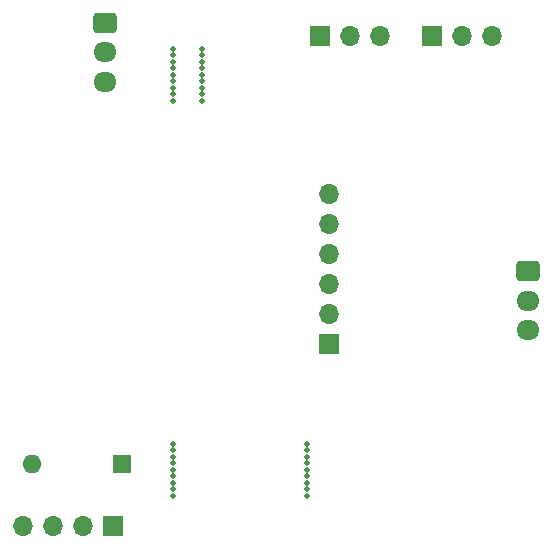
<source format=gbr>
%TF.GenerationSoftware,KiCad,Pcbnew,7.0.2*%
%TF.CreationDate,2023-10-03T11:26:09+02:00*%
%TF.ProjectId,SommerESP,536f6d6d-6572-4455-9350-2e6b69636164,rev?*%
%TF.SameCoordinates,Original*%
%TF.FileFunction,Soldermask,Bot*%
%TF.FilePolarity,Negative*%
%FSLAX46Y46*%
G04 Gerber Fmt 4.6, Leading zero omitted, Abs format (unit mm)*
G04 Created by KiCad (PCBNEW 7.0.2) date 2023-10-03 11:26:09*
%MOMM*%
%LPD*%
G01*
G04 APERTURE LIST*
G04 Aperture macros list*
%AMRoundRect*
0 Rectangle with rounded corners*
0 $1 Rounding radius*
0 $2 $3 $4 $5 $6 $7 $8 $9 X,Y pos of 4 corners*
0 Add a 4 corners polygon primitive as box body*
4,1,4,$2,$3,$4,$5,$6,$7,$8,$9,$2,$3,0*
0 Add four circle primitives for the rounded corners*
1,1,$1+$1,$2,$3*
1,1,$1+$1,$4,$5*
1,1,$1+$1,$6,$7*
1,1,$1+$1,$8,$9*
0 Add four rect primitives between the rounded corners*
20,1,$1+$1,$2,$3,$4,$5,0*
20,1,$1+$1,$4,$5,$6,$7,0*
20,1,$1+$1,$6,$7,$8,$9,0*
20,1,$1+$1,$8,$9,$2,$3,0*%
G04 Aperture macros list end*
%ADD10R,1.700000X1.700000*%
%ADD11O,1.700000X1.700000*%
%ADD12C,0.500000*%
%ADD13RoundRect,0.250000X-0.725000X0.600000X-0.725000X-0.600000X0.725000X-0.600000X0.725000X0.600000X0*%
%ADD14O,1.950000X1.700000*%
%ADD15R,1.600000X1.600000*%
%ADD16O,1.600000X1.600000*%
G04 APERTURE END LIST*
D10*
%TO.C,J1*%
X120575000Y-82075000D03*
D11*
X120575000Y-79535000D03*
X120575000Y-76995000D03*
X120575000Y-74455000D03*
X120575000Y-71915000D03*
X120575000Y-69375000D03*
%TD*%
D12*
%TO.C,REF\u002A\u002A*%
X107350000Y-61500000D03*
X107350000Y-60950000D03*
X107350000Y-60400000D03*
X107350000Y-59850000D03*
X107350000Y-59300000D03*
X107350000Y-58750000D03*
X107350000Y-58200000D03*
X107350000Y-57650000D03*
X107350000Y-57100000D03*
%TD*%
%TO.C,REF\u002A\u002A*%
X109800000Y-61500000D03*
X109800000Y-60950000D03*
X109800000Y-60400000D03*
X109800000Y-59850000D03*
X109800000Y-59300000D03*
X109800000Y-58750000D03*
X109800000Y-58200000D03*
X109800000Y-57650000D03*
X109800000Y-57100000D03*
%TD*%
D13*
%TO.C,J2*%
X137425000Y-75925000D03*
D14*
X137425000Y-78425000D03*
X137425000Y-80925000D03*
%TD*%
D12*
%TO.C,REF\u002A\u002A*%
X107400000Y-94950000D03*
X107400000Y-94400000D03*
X107400000Y-93850000D03*
X107400000Y-93300000D03*
X107400000Y-92750000D03*
X107400000Y-92200000D03*
X107400000Y-91650000D03*
X107400000Y-91100000D03*
X107400000Y-90550000D03*
%TD*%
D10*
%TO.C,J4*%
X119820000Y-56000000D03*
D11*
X122360000Y-56000000D03*
X124900000Y-56000000D03*
%TD*%
D15*
%TO.C,D4*%
X103085000Y-92300000D03*
D16*
X95465000Y-92300000D03*
%TD*%
D12*
%TO.C,REF\u002A\u002A*%
X118700000Y-94950000D03*
X118700000Y-94400000D03*
X118700000Y-93850000D03*
X118700000Y-93300000D03*
X118700000Y-92750000D03*
X118700000Y-92200000D03*
X118700000Y-91650000D03*
X118700000Y-91100000D03*
X118700000Y-90550000D03*
%TD*%
D13*
%TO.C,J5*%
X101650000Y-54900000D03*
D14*
X101650000Y-57400000D03*
X101650000Y-59900000D03*
%TD*%
D10*
%TO.C,J6*%
X102320000Y-97500000D03*
D11*
X99780000Y-97500000D03*
X97240000Y-97500000D03*
X94700000Y-97500000D03*
%TD*%
D10*
%TO.C,J3*%
X129320000Y-56000000D03*
D11*
X131860000Y-56000000D03*
X134400000Y-56000000D03*
%TD*%
M02*

</source>
